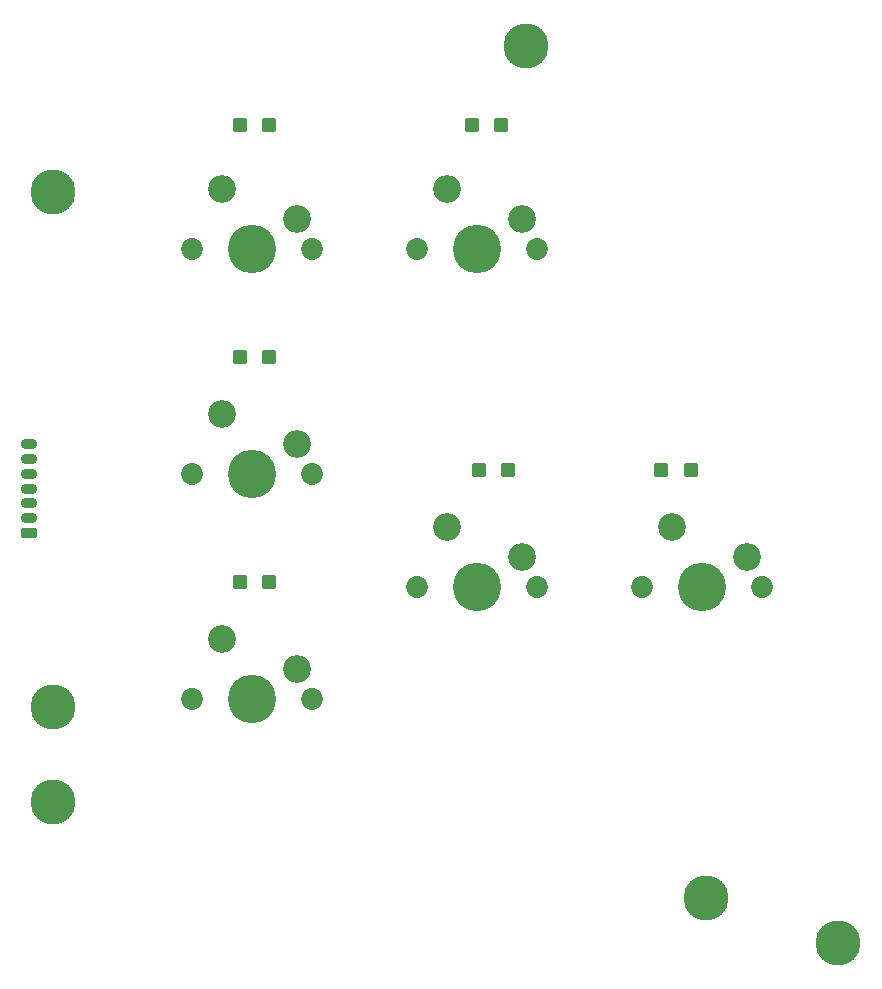
<source format=gbr>
G04 #@! TF.GenerationSoftware,KiCad,Pcbnew,(6.0.2)*
G04 #@! TF.CreationDate,2022-03-15T14:10:59+03:00*
G04 #@! TF.ProjectId,kinesis-thumb-pcb,6b696e65-7369-4732-9d74-68756d622d70,rev?*
G04 #@! TF.SameCoordinates,Original*
G04 #@! TF.FileFunction,Soldermask,Top*
G04 #@! TF.FilePolarity,Negative*
%FSLAX46Y46*%
G04 Gerber Fmt 4.6, Leading zero omitted, Abs format (unit mm)*
G04 Created by KiCad (PCBNEW (6.0.2)) date 2022-03-15 14:10:59*
%MOMM*%
%LPD*%
G01*
G04 APERTURE LIST*
G04 Aperture macros list*
%AMRoundRect*
0 Rectangle with rounded corners*
0 $1 Rounding radius*
0 $2 $3 $4 $5 $6 $7 $8 $9 X,Y pos of 4 corners*
0 Add a 4 corners polygon primitive as box body*
4,1,4,$2,$3,$4,$5,$6,$7,$8,$9,$2,$3,0*
0 Add four circle primitives for the rounded corners*
1,1,$1+$1,$2,$3*
1,1,$1+$1,$4,$5*
1,1,$1+$1,$6,$7*
1,1,$1+$1,$8,$9*
0 Add four rect primitives between the rounded corners*
20,1,$1+$1,$2,$3,$4,$5,0*
20,1,$1+$1,$4,$5,$6,$7,0*
20,1,$1+$1,$6,$7,$8,$9,0*
20,1,$1+$1,$8,$9,$2,$3,0*%
G04 Aperture macros list end*
%ADD10RoundRect,0.051000X-0.500000X-0.500000X0.500000X-0.500000X0.500000X0.500000X-0.500000X0.500000X0*%
%ADD11RoundRect,0.251000X0.450000X-0.200000X0.450000X0.200000X-0.450000X0.200000X-0.450000X-0.200000X0*%
%ADD12O,1.402000X0.902000*%
%ADD13C,1.852000*%
%ADD14C,4.089800*%
%ADD15C,3.802000*%
%ADD16C,2.352000*%
G04 APERTURE END LIST*
D10*
X221992000Y-67865700D03*
X224492000Y-67865700D03*
X206514000Y-67865700D03*
X209014000Y-67865700D03*
X205919000Y-38695300D03*
X208419000Y-38695300D03*
X186274000Y-38695300D03*
X188774000Y-38695300D03*
X186274000Y-58340700D03*
X188774000Y-58340700D03*
X186274000Y-77390700D03*
X188774000Y-77390700D03*
D11*
X168473000Y-73223000D03*
D12*
X168473000Y-71973000D03*
X168473000Y-70723000D03*
X168473000Y-69473000D03*
X168473000Y-68223000D03*
X168473000Y-66973000D03*
X168473000Y-65723000D03*
D13*
X201295000Y-77787500D03*
X211455000Y-77787500D03*
D14*
X206375000Y-77787500D03*
D13*
X201295000Y-49212500D03*
X211455000Y-49212500D03*
D14*
X206375000Y-49212500D03*
X187325000Y-49212500D03*
D13*
X192405000Y-49212500D03*
X182245000Y-49212500D03*
X182245000Y-68262500D03*
X192405000Y-68262500D03*
D14*
X187325000Y-68262500D03*
D13*
X192405000Y-87312500D03*
D14*
X187325000Y-87312500D03*
D13*
X182245000Y-87312500D03*
X230505000Y-77787500D03*
X220345000Y-77787500D03*
D14*
X225425000Y-77787500D03*
D15*
X170450000Y-96000000D03*
X170450000Y-44400000D03*
X225806000Y-104140000D03*
X170500000Y-88000000D03*
X210566000Y-32004000D03*
X236982000Y-107950000D03*
D16*
X229235000Y-75247500D03*
X222885000Y-72707500D03*
X210185000Y-75247500D03*
X203835000Y-72707500D03*
X210185000Y-46672500D03*
X203835000Y-44132500D03*
X191135000Y-46672500D03*
X184785000Y-44132500D03*
X191135000Y-65722500D03*
X184785000Y-63182500D03*
X191135000Y-84772500D03*
X184785000Y-82232500D03*
M02*

</source>
